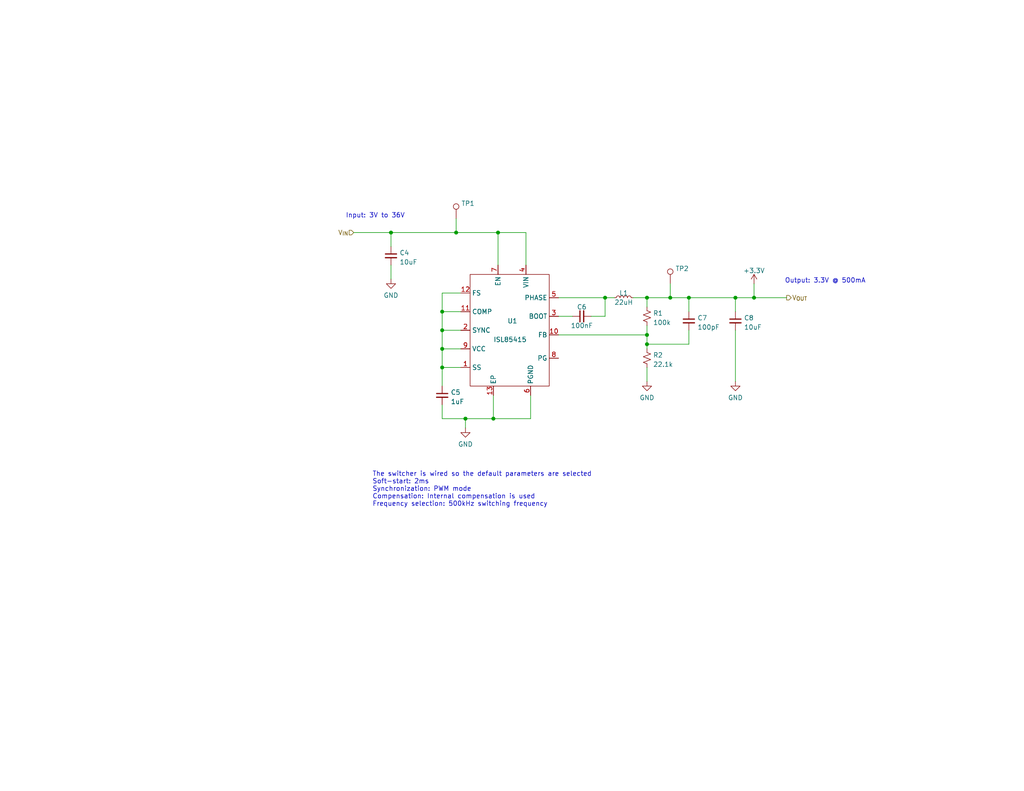
<source format=kicad_sch>
(kicad_sch (version 20211123) (generator eeschema)

  (uuid 06895ca2-87dc-4778-9ae0-3504d1ddd575)

  (paper "USLetter")

  (title_block
    (title "Lantern")
    (date "2022-10-27")
    (rev "001")
  )

  (lib_symbols
    (symbol "Connector:TestPoint" (pin_numbers hide) (pin_names (offset 0.762) hide) (in_bom yes) (on_board yes)
      (property "Reference" "TP" (id 0) (at 0 6.858 0)
        (effects (font (size 1.27 1.27)))
      )
      (property "Value" "TestPoint" (id 1) (at 0 5.08 0)
        (effects (font (size 1.27 1.27)))
      )
      (property "Footprint" "" (id 2) (at 5.08 0 0)
        (effects (font (size 1.27 1.27)) hide)
      )
      (property "Datasheet" "~" (id 3) (at 5.08 0 0)
        (effects (font (size 1.27 1.27)) hide)
      )
      (property "ki_keywords" "test point tp" (id 4) (at 0 0 0)
        (effects (font (size 1.27 1.27)) hide)
      )
      (property "ki_description" "test point" (id 5) (at 0 0 0)
        (effects (font (size 1.27 1.27)) hide)
      )
      (property "ki_fp_filters" "Pin* Test*" (id 6) (at 0 0 0)
        (effects (font (size 1.27 1.27)) hide)
      )
      (symbol "TestPoint_0_1"
        (circle (center 0 3.302) (radius 0.762)
          (stroke (width 0) (type default) (color 0 0 0 0))
          (fill (type none))
        )
      )
      (symbol "TestPoint_1_1"
        (pin passive line (at 0 0 90) (length 2.54)
          (name "1" (effects (font (size 1.27 1.27))))
          (number "1" (effects (font (size 1.27 1.27))))
        )
      )
    )
    (symbol "Device:C_Small" (pin_numbers hide) (pin_names (offset 0.254) hide) (in_bom yes) (on_board yes)
      (property "Reference" "C" (id 0) (at 0.254 1.778 0)
        (effects (font (size 1.27 1.27)) (justify left))
      )
      (property "Value" "C_Small" (id 1) (at 0.254 -2.032 0)
        (effects (font (size 1.27 1.27)) (justify left))
      )
      (property "Footprint" "" (id 2) (at 0 0 0)
        (effects (font (size 1.27 1.27)) hide)
      )
      (property "Datasheet" "~" (id 3) (at 0 0 0)
        (effects (font (size 1.27 1.27)) hide)
      )
      (property "ki_keywords" "capacitor cap" (id 4) (at 0 0 0)
        (effects (font (size 1.27 1.27)) hide)
      )
      (property "ki_description" "Unpolarized capacitor, small symbol" (id 5) (at 0 0 0)
        (effects (font (size 1.27 1.27)) hide)
      )
      (property "ki_fp_filters" "C_*" (id 6) (at 0 0 0)
        (effects (font (size 1.27 1.27)) hide)
      )
      (symbol "C_Small_0_1"
        (polyline
          (pts
            (xy -1.524 -0.508)
            (xy 1.524 -0.508)
          )
          (stroke (width 0.3302) (type default) (color 0 0 0 0))
          (fill (type none))
        )
        (polyline
          (pts
            (xy -1.524 0.508)
            (xy 1.524 0.508)
          )
          (stroke (width 0.3048) (type default) (color 0 0 0 0))
          (fill (type none))
        )
      )
      (symbol "C_Small_1_1"
        (pin passive line (at 0 2.54 270) (length 2.032)
          (name "~" (effects (font (size 1.27 1.27))))
          (number "1" (effects (font (size 1.27 1.27))))
        )
        (pin passive line (at 0 -2.54 90) (length 2.032)
          (name "~" (effects (font (size 1.27 1.27))))
          (number "2" (effects (font (size 1.27 1.27))))
        )
      )
    )
    (symbol "Device:L_Small" (pin_numbers hide) (pin_names (offset 0.254) hide) (in_bom yes) (on_board yes)
      (property "Reference" "L" (id 0) (at 0.762 1.016 0)
        (effects (font (size 1.27 1.27)) (justify left))
      )
      (property "Value" "L_Small" (id 1) (at 0.762 -1.016 0)
        (effects (font (size 1.27 1.27)) (justify left))
      )
      (property "Footprint" "" (id 2) (at 0 0 0)
        (effects (font (size 1.27 1.27)) hide)
      )
      (property "Datasheet" "~" (id 3) (at 0 0 0)
        (effects (font (size 1.27 1.27)) hide)
      )
      (property "ki_keywords" "inductor choke coil reactor magnetic" (id 4) (at 0 0 0)
        (effects (font (size 1.27 1.27)) hide)
      )
      (property "ki_description" "Inductor, small symbol" (id 5) (at 0 0 0)
        (effects (font (size 1.27 1.27)) hide)
      )
      (property "ki_fp_filters" "Choke_* *Coil* Inductor_* L_*" (id 6) (at 0 0 0)
        (effects (font (size 1.27 1.27)) hide)
      )
      (symbol "L_Small_0_1"
        (arc (start 0 -2.032) (mid 0.508 -1.524) (end 0 -1.016)
          (stroke (width 0) (type default) (color 0 0 0 0))
          (fill (type none))
        )
        (arc (start 0 -1.016) (mid 0.508 -0.508) (end 0 0)
          (stroke (width 0) (type default) (color 0 0 0 0))
          (fill (type none))
        )
        (arc (start 0 0) (mid 0.508 0.508) (end 0 1.016)
          (stroke (width 0) (type default) (color 0 0 0 0))
          (fill (type none))
        )
        (arc (start 0 1.016) (mid 0.508 1.524) (end 0 2.032)
          (stroke (width 0) (type default) (color 0 0 0 0))
          (fill (type none))
        )
      )
      (symbol "L_Small_1_1"
        (pin passive line (at 0 2.54 270) (length 0.508)
          (name "~" (effects (font (size 1.27 1.27))))
          (number "1" (effects (font (size 1.27 1.27))))
        )
        (pin passive line (at 0 -2.54 90) (length 0.508)
          (name "~" (effects (font (size 1.27 1.27))))
          (number "2" (effects (font (size 1.27 1.27))))
        )
      )
    )
    (symbol "Device:R_Small_US" (pin_numbers hide) (pin_names (offset 0.254) hide) (in_bom yes) (on_board yes)
      (property "Reference" "R" (id 0) (at 0.762 0.508 0)
        (effects (font (size 1.27 1.27)) (justify left))
      )
      (property "Value" "R_Small_US" (id 1) (at 0.762 -1.016 0)
        (effects (font (size 1.27 1.27)) (justify left))
      )
      (property "Footprint" "" (id 2) (at 0 0 0)
        (effects (font (size 1.27 1.27)) hide)
      )
      (property "Datasheet" "~" (id 3) (at 0 0 0)
        (effects (font (size 1.27 1.27)) hide)
      )
      (property "ki_keywords" "r resistor" (id 4) (at 0 0 0)
        (effects (font (size 1.27 1.27)) hide)
      )
      (property "ki_description" "Resistor, small US symbol" (id 5) (at 0 0 0)
        (effects (font (size 1.27 1.27)) hide)
      )
      (property "ki_fp_filters" "R_*" (id 6) (at 0 0 0)
        (effects (font (size 1.27 1.27)) hide)
      )
      (symbol "R_Small_US_1_1"
        (polyline
          (pts
            (xy 0 0)
            (xy 1.016 -0.381)
            (xy 0 -0.762)
            (xy -1.016 -1.143)
            (xy 0 -1.524)
          )
          (stroke (width 0) (type default) (color 0 0 0 0))
          (fill (type none))
        )
        (polyline
          (pts
            (xy 0 1.524)
            (xy 1.016 1.143)
            (xy 0 0.762)
            (xy -1.016 0.381)
            (xy 0 0)
          )
          (stroke (width 0) (type default) (color 0 0 0 0))
          (fill (type none))
        )
        (pin passive line (at 0 2.54 270) (length 1.016)
          (name "~" (effects (font (size 1.27 1.27))))
          (number "1" (effects (font (size 1.27 1.27))))
        )
        (pin passive line (at 0 -2.54 90) (length 1.016)
          (name "~" (effects (font (size 1.27 1.27))))
          (number "2" (effects (font (size 1.27 1.27))))
        )
      )
    )
    (symbol "power:+3.3V" (power) (pin_names (offset 0)) (in_bom yes) (on_board yes)
      (property "Reference" "#PWR" (id 0) (at 0 -3.81 0)
        (effects (font (size 1.27 1.27)) hide)
      )
      (property "Value" "+3.3V" (id 1) (at 0 3.556 0)
        (effects (font (size 1.27 1.27)))
      )
      (property "Footprint" "" (id 2) (at 0 0 0)
        (effects (font (size 1.27 1.27)) hide)
      )
      (property "Datasheet" "" (id 3) (at 0 0 0)
        (effects (font (size 1.27 1.27)) hide)
      )
      (property "ki_keywords" "power-flag" (id 4) (at 0 0 0)
        (effects (font (size 1.27 1.27)) hide)
      )
      (property "ki_description" "Power symbol creates a global label with name \"+3.3V\"" (id 5) (at 0 0 0)
        (effects (font (size 1.27 1.27)) hide)
      )
      (symbol "+3.3V_0_1"
        (polyline
          (pts
            (xy -0.762 1.27)
            (xy 0 2.54)
          )
          (stroke (width 0) (type default) (color 0 0 0 0))
          (fill (type none))
        )
        (polyline
          (pts
            (xy 0 0)
            (xy 0 2.54)
          )
          (stroke (width 0) (type default) (color 0 0 0 0))
          (fill (type none))
        )
        (polyline
          (pts
            (xy 0 2.54)
            (xy 0.762 1.27)
          )
          (stroke (width 0) (type default) (color 0 0 0 0))
          (fill (type none))
        )
      )
      (symbol "+3.3V_1_1"
        (pin power_in line (at 0 0 90) (length 0) hide
          (name "+3.3V" (effects (font (size 1.27 1.27))))
          (number "1" (effects (font (size 1.27 1.27))))
        )
      )
    )
    (symbol "power:GND" (power) (pin_names (offset 0)) (in_bom yes) (on_board yes)
      (property "Reference" "#PWR" (id 0) (at 0 -6.35 0)
        (effects (font (size 1.27 1.27)) hide)
      )
      (property "Value" "GND" (id 1) (at 0 -3.81 0)
        (effects (font (size 1.27 1.27)))
      )
      (property "Footprint" "" (id 2) (at 0 0 0)
        (effects (font (size 1.27 1.27)) hide)
      )
      (property "Datasheet" "" (id 3) (at 0 0 0)
        (effects (font (size 1.27 1.27)) hide)
      )
      (property "ki_keywords" "power-flag" (id 4) (at 0 0 0)
        (effects (font (size 1.27 1.27)) hide)
      )
      (property "ki_description" "Power symbol creates a global label with name \"GND\" , ground" (id 5) (at 0 0 0)
        (effects (font (size 1.27 1.27)) hide)
      )
      (symbol "GND_0_1"
        (polyline
          (pts
            (xy 0 0)
            (xy 0 -1.27)
            (xy 1.27 -1.27)
            (xy 0 -2.54)
            (xy -1.27 -1.27)
            (xy 0 -1.27)
          )
          (stroke (width 0) (type default) (color 0 0 0 0))
          (fill (type none))
        )
      )
      (symbol "GND_1_1"
        (pin power_in line (at 0 0 270) (length 0) hide
          (name "GND" (effects (font (size 1.27 1.27))))
          (number "1" (effects (font (size 1.27 1.27))))
        )
      )
    )
    (symbol "ym_Regulator-Switching:ISL85415" (in_bom yes) (on_board yes)
      (property "Reference" "U" (id 0) (at 0 2.54 0)
        (effects (font (size 1.27 1.27)))
      )
      (property "Value" "ISL85415" (id 1) (at 0 -2.54 0)
        (effects (font (size 1.27 1.27)))
      )
      (property "Footprint" "Package_DFN_QFN:DFN-14-1EP_3x4mm_P0.5mm_EP1.7x3.3mm" (id 2) (at 36.83 -17.78 0)
        (effects (font (size 1.27 1.27)) hide)
      )
      (property "Datasheet" "https://www.renesas.com/us/en/document/dst/isl85415-datasheet" (id 3) (at 0 0 0)
        (effects (font (size 1.27 1.27)) hide)
      )
      (property "ki_keywords" "Buck Regulator" (id 4) (at 0 0 0)
        (effects (font (size 1.27 1.27)) hide)
      )
      (property "ki_description" "Wide Vin 500mA Synchronous Buck Regulator" (id 5) (at 0 0 0)
        (effects (font (size 1.27 1.27)) hide)
      )
      (symbol "ISL85415_0_1"
        (rectangle (start -11.43 13.97) (end 10.16 -16.51)
          (stroke (width 0.1524) (type default) (color 0 0 0 0))
          (fill (type none))
        )
      )
      (symbol "ISL85415_1_1"
        (pin input line (at -13.97 -11.43 0) (length 2.54)
          (name "SS" (effects (font (size 1.27 1.27))))
          (number "1" (effects (font (size 1.27 1.27))))
        )
        (pin input line (at 12.7 -2.54 180) (length 2.54)
          (name "FB" (effects (font (size 1.27 1.27))))
          (number "10" (effects (font (size 1.27 1.27))))
        )
        (pin output line (at -13.97 3.81 0) (length 2.54)
          (name "COMP" (effects (font (size 1.27 1.27))))
          (number "11" (effects (font (size 1.27 1.27))))
        )
        (pin input line (at -13.97 8.89 0) (length 2.54)
          (name "FS" (effects (font (size 1.27 1.27))))
          (number "12" (effects (font (size 1.27 1.27))))
        )
        (pin power_in line (at -5.08 -19.05 90) (length 2.54)
          (name "EP" (effects (font (size 1.27 1.27))))
          (number "13" (effects (font (size 1.27 1.27))))
        )
        (pin input line (at -13.97 -1.27 0) (length 2.54)
          (name "SYNC" (effects (font (size 1.27 1.27))))
          (number "2" (effects (font (size 1.27 1.27))))
        )
        (pin input line (at 12.7 2.54 180) (length 2.54)
          (name "BOOT" (effects (font (size 1.27 1.27))))
          (number "3" (effects (font (size 1.27 1.27))))
        )
        (pin power_in line (at 3.81 16.51 270) (length 2.54)
          (name "VIN" (effects (font (size 1.27 1.27))))
          (number "4" (effects (font (size 1.27 1.27))))
        )
        (pin output line (at 12.7 7.62 180) (length 2.54)
          (name "PHASE" (effects (font (size 1.27 1.27))))
          (number "5" (effects (font (size 1.27 1.27))))
        )
        (pin power_in line (at 5.08 -19.05 90) (length 2.54)
          (name "PGND" (effects (font (size 1.27 1.27))))
          (number "6" (effects (font (size 1.27 1.27))))
        )
        (pin input line (at -3.81 16.51 270) (length 2.54)
          (name "EN" (effects (font (size 1.27 1.27))))
          (number "7" (effects (font (size 1.27 1.27))))
        )
        (pin open_collector line (at 12.7 -8.89 180) (length 2.54)
          (name "PG" (effects (font (size 1.27 1.27))))
          (number "8" (effects (font (size 1.27 1.27))))
        )
        (pin output line (at -13.97 -6.35 0) (length 2.54)
          (name "VCC" (effects (font (size 1.27 1.27))))
          (number "9" (effects (font (size 1.27 1.27))))
        )
      )
    )
  )

  (junction (at 120.65 100.33) (diameter 0) (color 0 0 0 0)
    (uuid 01bb2fec-e64b-4e7a-82b8-9e5059a8c641)
  )
  (junction (at 205.74 81.28) (diameter 0) (color 0 0 0 0)
    (uuid 050cc7c5-45a9-4472-b2ac-ebac92f66702)
  )
  (junction (at 120.65 95.25) (diameter 0) (color 0 0 0 0)
    (uuid 05860a6b-c5c9-4a89-a01c-33c31cd5e397)
  )
  (junction (at 187.96 81.28) (diameter 0) (color 0 0 0 0)
    (uuid 1950f5dd-0707-45ed-8cfa-a77b77dc3a02)
  )
  (junction (at 176.53 81.28) (diameter 0) (color 0 0 0 0)
    (uuid 404a21f8-84e0-4ceb-92c6-fd81c9974ce2)
  )
  (junction (at 127 114.3) (diameter 0) (color 0 0 0 0)
    (uuid 79dfb4a5-a110-481a-bebd-d5dcf86c52df)
  )
  (junction (at 120.65 85.09) (diameter 0) (color 0 0 0 0)
    (uuid 99f32e77-b4b0-4b6b-b038-23ae2a769605)
  )
  (junction (at 134.62 114.3) (diameter 0) (color 0 0 0 0)
    (uuid a25f20ea-334a-4757-99b8-fac5f8c40da2)
  )
  (junction (at 165.1 81.28) (diameter 0) (color 0 0 0 0)
    (uuid a92df7bd-9641-422d-a97c-75bebcea7e66)
  )
  (junction (at 176.53 93.98) (diameter 0) (color 0 0 0 0)
    (uuid ad58d0ba-6774-4585-944f-13ab704be887)
  )
  (junction (at 106.68 63.5) (diameter 0) (color 0 0 0 0)
    (uuid b1600d1d-54c4-4940-93b6-9d65365ef7bb)
  )
  (junction (at 135.89 63.5) (diameter 0) (color 0 0 0 0)
    (uuid b4f41619-d4d2-48b9-a0cb-8ded3567e902)
  )
  (junction (at 120.65 90.17) (diameter 0) (color 0 0 0 0)
    (uuid c47afebb-7bc8-4e89-92f9-eefec9690537)
  )
  (junction (at 200.66 81.28) (diameter 0) (color 0 0 0 0)
    (uuid cf6e59f1-adc3-41ca-819b-6520dbef132d)
  )
  (junction (at 176.53 91.44) (diameter 0) (color 0 0 0 0)
    (uuid ddc9f946-8d35-4c44-8693-9225b9befdda)
  )
  (junction (at 182.88 81.28) (diameter 0) (color 0 0 0 0)
    (uuid df437c52-c63f-4456-82ea-b3e06f626ddb)
  )
  (junction (at 124.46 63.5) (diameter 0) (color 0 0 0 0)
    (uuid f578a129-8a97-43a9-8d0f-f55fc2a2c8c0)
  )

  (wire (pts (xy 176.53 91.44) (xy 176.53 93.98))
    (stroke (width 0) (type default) (color 0 0 0 0))
    (uuid 055c28d7-05f6-4697-a14b-86a0508aac7d)
  )
  (wire (pts (xy 125.73 80.01) (xy 120.65 80.01))
    (stroke (width 0) (type default) (color 0 0 0 0))
    (uuid 05e16413-78a9-486a-aab8-5a466a365641)
  )
  (wire (pts (xy 134.62 114.3) (xy 144.78 114.3))
    (stroke (width 0) (type default) (color 0 0 0 0))
    (uuid 0e48bc15-ef1d-4d0b-8d79-95cd2a1aacdf)
  )
  (wire (pts (xy 200.66 81.28) (xy 187.96 81.28))
    (stroke (width 0) (type default) (color 0 0 0 0))
    (uuid 14ca7830-515d-4e71-8af0-adfb8f6fa412)
  )
  (wire (pts (xy 182.88 77.47) (xy 182.88 81.28))
    (stroke (width 0) (type default) (color 0 0 0 0))
    (uuid 178aac34-cf3e-4975-9083-1feba525feb2)
  )
  (wire (pts (xy 120.65 80.01) (xy 120.65 85.09))
    (stroke (width 0) (type default) (color 0 0 0 0))
    (uuid 1ad023f7-16d5-4db2-a869-58f43701055a)
  )
  (wire (pts (xy 124.46 63.5) (xy 135.89 63.5))
    (stroke (width 0) (type default) (color 0 0 0 0))
    (uuid 1ea046d4-a6fc-424a-8546-8aa24d2a6468)
  )
  (wire (pts (xy 127 114.3) (xy 127 116.84))
    (stroke (width 0) (type default) (color 0 0 0 0))
    (uuid 261ec177-cd86-4c19-8c03-13629cd7af7d)
  )
  (wire (pts (xy 152.4 86.36) (xy 156.21 86.36))
    (stroke (width 0) (type default) (color 0 0 0 0))
    (uuid 27466c62-278f-4161-b319-109c61dbf859)
  )
  (wire (pts (xy 176.53 93.98) (xy 176.53 95.25))
    (stroke (width 0) (type default) (color 0 0 0 0))
    (uuid 2bfbb686-d38d-4dfa-836f-a6d57c156433)
  )
  (wire (pts (xy 187.96 93.98) (xy 176.53 93.98))
    (stroke (width 0) (type default) (color 0 0 0 0))
    (uuid 34155f92-4548-4451-8c27-50646eef9ec7)
  )
  (wire (pts (xy 135.89 63.5) (xy 143.51 63.5))
    (stroke (width 0) (type default) (color 0 0 0 0))
    (uuid 3bd229a0-ac49-4dc9-9805-b23ab88ed9f3)
  )
  (wire (pts (xy 120.65 95.25) (xy 125.73 95.25))
    (stroke (width 0) (type default) (color 0 0 0 0))
    (uuid 558cf9e8-ccf8-435b-af69-7bef38c22cf6)
  )
  (wire (pts (xy 187.96 90.17) (xy 187.96 93.98))
    (stroke (width 0) (type default) (color 0 0 0 0))
    (uuid 56375ce1-9ef6-41c5-84a3-c53935d85e14)
  )
  (wire (pts (xy 200.66 85.09) (xy 200.66 81.28))
    (stroke (width 0) (type default) (color 0 0 0 0))
    (uuid 57f66b6a-6353-49b3-bb53-d8946d089022)
  )
  (wire (pts (xy 120.65 100.33) (xy 120.65 105.41))
    (stroke (width 0) (type default) (color 0 0 0 0))
    (uuid 68322a1e-05f3-41f5-8c0f-2c777bc13e99)
  )
  (wire (pts (xy 134.62 107.95) (xy 134.62 114.3))
    (stroke (width 0) (type default) (color 0 0 0 0))
    (uuid 697f8cef-70e0-4bd7-95e5-937a6f35de69)
  )
  (wire (pts (xy 200.66 81.28) (xy 205.74 81.28))
    (stroke (width 0) (type default) (color 0 0 0 0))
    (uuid 6dac96fb-580d-414f-b363-91ed2b67ac04)
  )
  (wire (pts (xy 135.89 63.5) (xy 135.89 72.39))
    (stroke (width 0) (type default) (color 0 0 0 0))
    (uuid 6ec57cbe-6016-4f39-9dd3-c8ed04ef96bf)
  )
  (wire (pts (xy 120.65 90.17) (xy 125.73 90.17))
    (stroke (width 0) (type default) (color 0 0 0 0))
    (uuid 7175c953-7c06-46f7-b67b-3083eb52eb0d)
  )
  (wire (pts (xy 106.68 63.5) (xy 124.46 63.5))
    (stroke (width 0) (type default) (color 0 0 0 0))
    (uuid 74722e72-598e-4dad-bba8-d7b4ee5fff02)
  )
  (wire (pts (xy 106.68 72.39) (xy 106.68 76.2))
    (stroke (width 0) (type default) (color 0 0 0 0))
    (uuid 7680980c-a2c9-43d7-9d4f-ef26b6e90b5a)
  )
  (wire (pts (xy 106.68 63.5) (xy 106.68 67.31))
    (stroke (width 0) (type default) (color 0 0 0 0))
    (uuid 8305841f-e17f-4fb6-bac1-d323255ff756)
  )
  (wire (pts (xy 124.46 59.69) (xy 124.46 63.5))
    (stroke (width 0) (type default) (color 0 0 0 0))
    (uuid 84e1ff88-de41-4003-a9dc-5abc8b6edc37)
  )
  (wire (pts (xy 120.65 85.09) (xy 120.65 90.17))
    (stroke (width 0) (type default) (color 0 0 0 0))
    (uuid 86f3b47c-ce96-495a-b472-8e19a053cc5b)
  )
  (wire (pts (xy 143.51 72.39) (xy 143.51 63.5))
    (stroke (width 0) (type default) (color 0 0 0 0))
    (uuid 990b2a80-993e-4fad-b3fe-34d865fd1727)
  )
  (wire (pts (xy 205.74 81.28) (xy 214.63 81.28))
    (stroke (width 0) (type default) (color 0 0 0 0))
    (uuid 9a9add1d-9c59-4dc5-9cc0-281d81f9e143)
  )
  (wire (pts (xy 205.74 77.47) (xy 205.74 81.28))
    (stroke (width 0) (type default) (color 0 0 0 0))
    (uuid 9aa5caf9-551c-4847-8848-14370d678096)
  )
  (wire (pts (xy 127 114.3) (xy 134.62 114.3))
    (stroke (width 0) (type default) (color 0 0 0 0))
    (uuid 9c9df294-27b2-492d-a1db-a2c71eb68ff6)
  )
  (wire (pts (xy 120.65 110.49) (xy 120.65 114.3))
    (stroke (width 0) (type default) (color 0 0 0 0))
    (uuid a266da2e-38a6-4a19-a859-a0b8df467541)
  )
  (wire (pts (xy 120.65 100.33) (xy 125.73 100.33))
    (stroke (width 0) (type default) (color 0 0 0 0))
    (uuid b23fac53-0953-4be5-9b8f-df0cad6a74aa)
  )
  (wire (pts (xy 152.4 91.44) (xy 176.53 91.44))
    (stroke (width 0) (type default) (color 0 0 0 0))
    (uuid bd39f49c-a7be-41ad-ae4e-1a05ba70aa6c)
  )
  (wire (pts (xy 176.53 100.33) (xy 176.53 104.14))
    (stroke (width 0) (type default) (color 0 0 0 0))
    (uuid c794629e-a169-4db3-a3ef-e544d8a40eba)
  )
  (wire (pts (xy 187.96 85.09) (xy 187.96 81.28))
    (stroke (width 0) (type default) (color 0 0 0 0))
    (uuid cab1af6c-efd6-4aae-b916-4c0dd1202d63)
  )
  (wire (pts (xy 182.88 81.28) (xy 187.96 81.28))
    (stroke (width 0) (type default) (color 0 0 0 0))
    (uuid cae7b239-897c-4f11-aceb-0aa1c313e2ff)
  )
  (wire (pts (xy 165.1 86.36) (xy 165.1 81.28))
    (stroke (width 0) (type default) (color 0 0 0 0))
    (uuid d2a1e9ff-a194-4f26-b6f7-55784bc99b8f)
  )
  (wire (pts (xy 96.52 63.5) (xy 106.68 63.5))
    (stroke (width 0) (type default) (color 0 0 0 0))
    (uuid d5429dad-6800-4597-9259-6b76aeabd166)
  )
  (wire (pts (xy 176.53 81.28) (xy 182.88 81.28))
    (stroke (width 0) (type default) (color 0 0 0 0))
    (uuid d8d96a1a-b7f8-4a06-9535-d7360565b39c)
  )
  (wire (pts (xy 172.72 81.28) (xy 176.53 81.28))
    (stroke (width 0) (type default) (color 0 0 0 0))
    (uuid dc722183-7ce8-471d-9131-0e829a4ed84e)
  )
  (wire (pts (xy 120.65 90.17) (xy 120.65 95.25))
    (stroke (width 0) (type default) (color 0 0 0 0))
    (uuid e140ae76-8659-499a-9e65-4d507a4b7557)
  )
  (wire (pts (xy 120.65 114.3) (xy 127 114.3))
    (stroke (width 0) (type default) (color 0 0 0 0))
    (uuid e2b9e8b8-3b0e-4440-8406-6675ec8108a2)
  )
  (wire (pts (xy 200.66 104.14) (xy 200.66 90.17))
    (stroke (width 0) (type default) (color 0 0 0 0))
    (uuid e6870dc5-b894-47ea-890c-ffe6d0d72e9e)
  )
  (wire (pts (xy 176.53 88.9) (xy 176.53 91.44))
    (stroke (width 0) (type default) (color 0 0 0 0))
    (uuid e7fef7dd-ac01-4cf7-b3d3-d259dd6e58bb)
  )
  (wire (pts (xy 165.1 81.28) (xy 167.64 81.28))
    (stroke (width 0) (type default) (color 0 0 0 0))
    (uuid ea499f2b-1498-4683-81e1-0f4dc374635f)
  )
  (wire (pts (xy 120.65 95.25) (xy 120.65 100.33))
    (stroke (width 0) (type default) (color 0 0 0 0))
    (uuid eb704ddb-b723-4e6f-88d7-afaf31ef2aa8)
  )
  (wire (pts (xy 152.4 81.28) (xy 165.1 81.28))
    (stroke (width 0) (type default) (color 0 0 0 0))
    (uuid ec14d93a-98e5-484a-b3f2-2892f7aedead)
  )
  (wire (pts (xy 144.78 114.3) (xy 144.78 107.95))
    (stroke (width 0) (type default) (color 0 0 0 0))
    (uuid ed077d20-342a-4f97-b41c-73ee8fb0f9d3)
  )
  (wire (pts (xy 125.73 85.09) (xy 120.65 85.09))
    (stroke (width 0) (type default) (color 0 0 0 0))
    (uuid f0f38617-292c-426e-b789-60b4bbefb6b7)
  )
  (wire (pts (xy 161.29 86.36) (xy 165.1 86.36))
    (stroke (width 0) (type default) (color 0 0 0 0))
    (uuid f5e8a598-95a4-496b-b7cd-bf3450559df3)
  )
  (wire (pts (xy 176.53 81.28) (xy 176.53 83.82))
    (stroke (width 0) (type default) (color 0 0 0 0))
    (uuid fe3f5938-ba8c-46b4-a0b9-ff12e8d430cd)
  )

  (text "The switcher is wired so the default parameters are selected\nSoft-start: 2ms\nSynchronization: PWM mode\nCompensation: Internal compensation is used\nFrequency selection: 500kHz switching frequency"
    (at 101.6 138.43 0)
    (effects (font (size 1.27 1.27)) (justify left bottom))
    (uuid 9768d7fe-bade-4e2a-b13f-0e6af3788ef5)
  )
  (text "Input: 3V to 36V" (at 110.49 59.69 180)
    (effects (font (size 1.27 1.27)) (justify right bottom))
    (uuid ac3e5baa-e950-4c32-9a9f-0ba29744c9d5)
  )
  (text "Output: 3.3V @ 500mA" (at 236.22 77.47 180)
    (effects (font (size 1.27 1.27)) (justify right bottom))
    (uuid ff7bd41c-8480-4e53-8c13-1940e2c6f156)
  )

  (hierarchical_label "V_{OUT}" (shape output) (at 214.63 81.28 0)
    (effects (font (size 1.27 1.27)) (justify left))
    (uuid 01609cdb-c7cd-44d5-b172-2c3acf1a3438)
  )
  (hierarchical_label "V_{IN}" (shape input) (at 96.52 63.5 180)
    (effects (font (size 1.27 1.27)) (justify right))
    (uuid 9f65404f-25cc-49f2-803b-77a99bc8cffc)
  )

  (symbol (lib_id "Device:C_Small") (at 158.75 86.36 90) (unit 1)
    (in_bom yes) (on_board yes)
    (uuid 038c6554-42ce-484d-9d87-b2ae2c2f3180)
    (property "Reference" "C6" (id 0) (at 158.75 83.82 90))
    (property "Value" "100nF" (id 1) (at 158.75 88.9 90))
    (property "Footprint" "" (id 2) (at 158.75 86.36 0)
      (effects (font (size 1.27 1.27)) hide)
    )
    (property "Datasheet" "~" (id 3) (at 158.75 86.36 0)
      (effects (font (size 1.27 1.27)) hide)
    )
    (pin "1" (uuid 86b31def-51d0-48b1-bc8d-8f172050fac0))
    (pin "2" (uuid 0b426ebf-c40c-4f47-9ea0-6bda05924fea))
  )

  (symbol (lib_id "Device:R_Small_US") (at 176.53 86.36 0) (unit 1)
    (in_bom yes) (on_board yes) (fields_autoplaced)
    (uuid 0bb85545-aa65-4a0c-96b2-9a508dcf7ff6)
    (property "Reference" "R1" (id 0) (at 178.181 85.5253 0)
      (effects (font (size 1.27 1.27)) (justify left))
    )
    (property "Value" "100k" (id 1) (at 178.181 88.0622 0)
      (effects (font (size 1.27 1.27)) (justify left))
    )
    (property "Footprint" "" (id 2) (at 176.53 86.36 0)
      (effects (font (size 1.27 1.27)) hide)
    )
    (property "Datasheet" "~" (id 3) (at 176.53 86.36 0)
      (effects (font (size 1.27 1.27)) hide)
    )
    (pin "1" (uuid ab9c603d-39de-48cf-92d7-7df1a18d6908))
    (pin "2" (uuid b1536928-1ba4-43cf-b900-35bda8331a3b))
  )

  (symbol (lib_id "power:+3.3V") (at 205.74 77.47 0) (unit 1)
    (in_bom yes) (on_board yes)
    (uuid 2882b62a-334b-46c4-9f9e-6230bf602ae7)
    (property "Reference" "#PWR05" (id 0) (at 205.74 81.28 0)
      (effects (font (size 1.27 1.27)) hide)
    )
    (property "Value" "+3.3V" (id 1) (at 205.74 73.8942 0))
    (property "Footprint" "" (id 2) (at 205.74 77.47 0)
      (effects (font (size 1.27 1.27)) hide)
    )
    (property "Datasheet" "" (id 3) (at 205.74 77.47 0)
      (effects (font (size 1.27 1.27)) hide)
    )
    (pin "1" (uuid a347daf9-ef47-4a9a-9977-8cf533d92333))
  )

  (symbol (lib_id "Device:C_Small") (at 106.68 69.85 0) (unit 1)
    (in_bom yes) (on_board yes) (fields_autoplaced)
    (uuid 47f52ed9-3823-4339-8f09-c24969b4193f)
    (property "Reference" "C4" (id 0) (at 109.0041 69.0216 0)
      (effects (font (size 1.27 1.27)) (justify left))
    )
    (property "Value" "10uF" (id 1) (at 109.0041 71.5585 0)
      (effects (font (size 1.27 1.27)) (justify left))
    )
    (property "Footprint" "" (id 2) (at 106.68 69.85 0)
      (effects (font (size 1.27 1.27)) hide)
    )
    (property "Datasheet" "~" (id 3) (at 106.68 69.85 0)
      (effects (font (size 1.27 1.27)) hide)
    )
    (pin "1" (uuid b41c18c5-30ef-44e0-ae8a-274bec221e19))
    (pin "2" (uuid 180744ac-a31b-46f9-abb4-1a2b38cc514c))
  )

  (symbol (lib_id "power:GND") (at 106.68 76.2 0) (unit 1)
    (in_bom yes) (on_board yes) (fields_autoplaced)
    (uuid 60a5bb0e-c141-42dd-97c1-fccb60d6d206)
    (property "Reference" "#PWR01" (id 0) (at 106.68 82.55 0)
      (effects (font (size 1.27 1.27)) hide)
    )
    (property "Value" "GND" (id 1) (at 106.68 80.6434 0))
    (property "Footprint" "" (id 2) (at 106.68 76.2 0)
      (effects (font (size 1.27 1.27)) hide)
    )
    (property "Datasheet" "" (id 3) (at 106.68 76.2 0)
      (effects (font (size 1.27 1.27)) hide)
    )
    (pin "1" (uuid ebde0130-b6cd-4666-b6fa-6dd0dc4577ad))
  )

  (symbol (lib_id "power:GND") (at 127 116.84 0) (unit 1)
    (in_bom yes) (on_board yes) (fields_autoplaced)
    (uuid 6b5470c4-5fca-4d65-a2c5-1a6a64694b89)
    (property "Reference" "#PWR02" (id 0) (at 127 123.19 0)
      (effects (font (size 1.27 1.27)) hide)
    )
    (property "Value" "GND" (id 1) (at 127 121.2834 0))
    (property "Footprint" "" (id 2) (at 127 116.84 0)
      (effects (font (size 1.27 1.27)) hide)
    )
    (property "Datasheet" "" (id 3) (at 127 116.84 0)
      (effects (font (size 1.27 1.27)) hide)
    )
    (pin "1" (uuid 641e97bf-efd7-448c-8989-408ff457eabc))
  )

  (symbol (lib_id "Connector:TestPoint") (at 124.46 59.69 0) (unit 1)
    (in_bom yes) (on_board yes) (fields_autoplaced)
    (uuid 95639a6c-9a9d-4ae1-9bad-dcce0536f729)
    (property "Reference" "TP1" (id 0) (at 125.857 55.5533 0)
      (effects (font (size 1.27 1.27)) (justify left))
    )
    (property "Value" "TestPoint" (id 1) (at 125.857 58.0902 0)
      (effects (font (size 1.27 1.27)) (justify left) hide)
    )
    (property "Footprint" "TestPoint:TestPoint_Pad_D1.5mm" (id 2) (at 129.54 59.69 0)
      (effects (font (size 1.27 1.27)) hide)
    )
    (property "Datasheet" "~" (id 3) (at 129.54 59.69 0)
      (effects (font (size 1.27 1.27)) hide)
    )
    (pin "1" (uuid c9042f2f-d3b3-4742-a8e7-f7e176bd4402))
  )

  (symbol (lib_id "Device:C_Small") (at 200.66 87.63 0) (unit 1)
    (in_bom yes) (on_board yes) (fields_autoplaced)
    (uuid 9caf5438-e665-41fe-962d-64e5aac10899)
    (property "Reference" "C8" (id 0) (at 202.9841 86.8016 0)
      (effects (font (size 1.27 1.27)) (justify left))
    )
    (property "Value" "10uF" (id 1) (at 202.9841 89.3385 0)
      (effects (font (size 1.27 1.27)) (justify left))
    )
    (property "Footprint" "" (id 2) (at 200.66 87.63 0)
      (effects (font (size 1.27 1.27)) hide)
    )
    (property "Datasheet" "~" (id 3) (at 200.66 87.63 0)
      (effects (font (size 1.27 1.27)) hide)
    )
    (pin "1" (uuid 26777159-fc06-4c0d-84a0-ea7c62c924ea))
    (pin "2" (uuid d79a0f80-2ccd-4252-a3bf-2824ea9ccaec))
  )

  (symbol (lib_id "power:GND") (at 200.66 104.14 0) (unit 1)
    (in_bom yes) (on_board yes) (fields_autoplaced)
    (uuid a5c13539-77a6-4a3c-9135-eb2ea1bd97b4)
    (property "Reference" "#PWR04" (id 0) (at 200.66 110.49 0)
      (effects (font (size 1.27 1.27)) hide)
    )
    (property "Value" "GND" (id 1) (at 200.66 108.5834 0))
    (property "Footprint" "" (id 2) (at 200.66 104.14 0)
      (effects (font (size 1.27 1.27)) hide)
    )
    (property "Datasheet" "" (id 3) (at 200.66 104.14 0)
      (effects (font (size 1.27 1.27)) hide)
    )
    (pin "1" (uuid 6cb118c5-9223-4097-be1a-ca2c3d5fffe0))
  )

  (symbol (lib_id "Device:C_Small") (at 187.96 87.63 0) (unit 1)
    (in_bom yes) (on_board yes) (fields_autoplaced)
    (uuid a60184b7-76f6-4330-bbd5-739b7520b1e1)
    (property "Reference" "C7" (id 0) (at 190.2841 86.8016 0)
      (effects (font (size 1.27 1.27)) (justify left))
    )
    (property "Value" "100pF" (id 1) (at 190.2841 89.3385 0)
      (effects (font (size 1.27 1.27)) (justify left))
    )
    (property "Footprint" "" (id 2) (at 187.96 87.63 0)
      (effects (font (size 1.27 1.27)) hide)
    )
    (property "Datasheet" "~" (id 3) (at 187.96 87.63 0)
      (effects (font (size 1.27 1.27)) hide)
    )
    (pin "1" (uuid 8d99a91e-f89d-4f07-9f40-5362f4b6fd63))
    (pin "2" (uuid 1d35167a-eee6-4400-9e16-7a8ac1fdc72d))
  )

  (symbol (lib_id "Device:L_Small") (at 170.18 81.28 90) (unit 1)
    (in_bom yes) (on_board yes)
    (uuid a6c3d99c-be33-4b33-b758-12e32a7b4986)
    (property "Reference" "L1" (id 0) (at 170.18 80.01 90))
    (property "Value" "22uH" (id 1) (at 170.18 82.55 90))
    (property "Footprint" "Inductor_SMD:L_6.3x6.3_H3" (id 2) (at 170.18 81.28 0)
      (effects (font (size 1.27 1.27)) hide)
    )
    (property "Datasheet" "~" (id 3) (at 170.18 81.28 0)
      (effects (font (size 1.27 1.27)) hide)
    )
    (pin "1" (uuid e2e2616d-cc92-4c14-8fa7-ba4e6dcb8d1d))
    (pin "2" (uuid cdf5072d-e67f-4bf9-8ad7-b5f6edda85e9))
  )

  (symbol (lib_id "Device:R_Small_US") (at 176.53 97.79 0) (unit 1)
    (in_bom yes) (on_board yes) (fields_autoplaced)
    (uuid c1f2c31e-ef1d-46c6-92cf-0489d15516ef)
    (property "Reference" "R2" (id 0) (at 178.181 96.9553 0)
      (effects (font (size 1.27 1.27)) (justify left))
    )
    (property "Value" "22.1k" (id 1) (at 178.181 99.4922 0)
      (effects (font (size 1.27 1.27)) (justify left))
    )
    (property "Footprint" "" (id 2) (at 176.53 97.79 0)
      (effects (font (size 1.27 1.27)) hide)
    )
    (property "Datasheet" "~" (id 3) (at 176.53 97.79 0)
      (effects (font (size 1.27 1.27)) hide)
    )
    (pin "1" (uuid a59cb110-54d7-489e-b16b-b920f35b7ebd))
    (pin "2" (uuid b7fbf75d-caf0-478b-8208-28f2b527cbb4))
  )

  (symbol (lib_id "ym_Regulator-Switching:ISL85415") (at 139.7 88.9 0) (unit 1)
    (in_bom yes) (on_board yes)
    (uuid eb0a2aec-a0f1-4847-806b-d9c68c004f5e)
    (property "Reference" "U1" (id 0) (at 138.43 87.63 0)
      (effects (font (size 1.27 1.27)) (justify left))
    )
    (property "Value" "ISL85415" (id 1) (at 134.62 92.71 0)
      (effects (font (size 1.27 1.27)) (justify left))
    )
    (property "Footprint" "Package_DFN_QFN:DFN-14-1EP_3x4mm_P0.5mm_EP1.7x3.3mm" (id 2) (at 176.53 106.68 0)
      (effects (font (size 1.27 1.27)) hide)
    )
    (property "Datasheet" "https://www.renesas.com/us/en/document/dst/isl85415-datasheet" (id 3) (at 139.7 88.9 0)
      (effects (font (size 1.27 1.27)) hide)
    )
    (pin "1" (uuid 940e1714-2685-4f1b-97d9-b9ad39a65ea9))
    (pin "10" (uuid 1ff812d7-9813-4292-9027-49593125ba7a))
    (pin "11" (uuid 5650721d-c1d7-4ad9-87c6-b8199fded7b1))
    (pin "12" (uuid 1675677c-4631-412d-a447-b8df9c40ffef))
    (pin "13" (uuid 15098d4d-7a8b-4c14-a008-d6d741807f12))
    (pin "2" (uuid 3ddcb7c4-235b-4ff7-8943-d5a05f5ada8b))
    (pin "3" (uuid 45083ea7-e07c-4665-b18e-56077cd64a23))
    (pin "4" (uuid 0f510323-6910-4273-82a2-b09790018e89))
    (pin "5" (uuid f1135901-5df2-4656-b639-341d949a77fc))
    (pin "6" (uuid e67156c8-36ad-4889-9025-3a03ec0a0536))
    (pin "7" (uuid bc00c490-799c-4a3e-b979-fa89fbba5956))
    (pin "8" (uuid 7eaec5cf-bc59-4a0c-990f-8f4b5c21d98a))
    (pin "9" (uuid 02d39e72-20da-4c55-aa67-edbac67289ad))
  )

  (symbol (lib_id "Connector:TestPoint") (at 182.88 77.47 0) (unit 1)
    (in_bom yes) (on_board yes) (fields_autoplaced)
    (uuid f325ef8f-bf70-47c2-9f97-0b258635cc31)
    (property "Reference" "TP2" (id 0) (at 184.277 73.3333 0)
      (effects (font (size 1.27 1.27)) (justify left))
    )
    (property "Value" "TestPoint" (id 1) (at 184.277 75.8702 0)
      (effects (font (size 1.27 1.27)) (justify left) hide)
    )
    (property "Footprint" "TestPoint:TestPoint_Pad_D1.5mm" (id 2) (at 187.96 77.47 0)
      (effects (font (size 1.27 1.27)) hide)
    )
    (property "Datasheet" "~" (id 3) (at 187.96 77.47 0)
      (effects (font (size 1.27 1.27)) hide)
    )
    (pin "1" (uuid 3875c84c-2f0f-442f-b501-e989844b5bc2))
  )

  (symbol (lib_id "Device:C_Small") (at 120.65 107.95 0) (unit 1)
    (in_bom yes) (on_board yes) (fields_autoplaced)
    (uuid f36f2e1c-a166-4e69-9581-9abfff5553c1)
    (property "Reference" "C5" (id 0) (at 122.9741 107.1216 0)
      (effects (font (size 1.27 1.27)) (justify left))
    )
    (property "Value" "1uF" (id 1) (at 122.9741 109.6585 0)
      (effects (font (size 1.27 1.27)) (justify left))
    )
    (property "Footprint" "" (id 2) (at 120.65 107.95 0)
      (effects (font (size 1.27 1.27)) hide)
    )
    (property "Datasheet" "~" (id 3) (at 120.65 107.95 0)
      (effects (font (size 1.27 1.27)) hide)
    )
    (pin "1" (uuid e05f246e-b480-4e19-b5e0-94461bfbd485))
    (pin "2" (uuid 7e52c0f1-98be-4c18-b524-c5d5651c0323))
  )

  (symbol (lib_id "power:GND") (at 176.53 104.14 0) (unit 1)
    (in_bom yes) (on_board yes) (fields_autoplaced)
    (uuid f6f5d9a4-5b4a-4454-ae66-b05c7503d393)
    (property "Reference" "#PWR03" (id 0) (at 176.53 110.49 0)
      (effects (font (size 1.27 1.27)) hide)
    )
    (property "Value" "GND" (id 1) (at 176.53 108.5834 0))
    (property "Footprint" "" (id 2) (at 176.53 104.14 0)
      (effects (font (size 1.27 1.27)) hide)
    )
    (property "Datasheet" "" (id 3) (at 176.53 104.14 0)
      (effects (font (size 1.27 1.27)) hide)
    )
    (pin "1" (uuid e70b42ac-dbff-41cd-8bbb-02ce87531fb7))
  )
)

</source>
